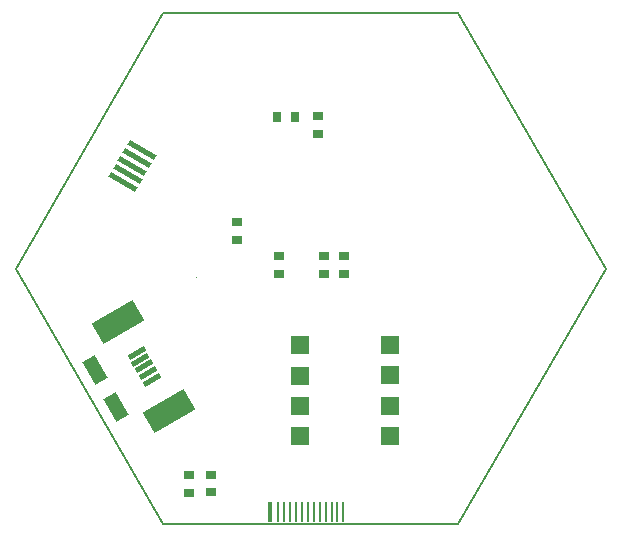
<source format=gtp>
%FSLAX25Y25*%
%MOIN*%
G70*
G01*
G75*
G04 Layer_Color=8421504*
%ADD10R,0.03347X0.02756*%
%ADD11R,0.02756X0.03347*%
%ADD12R,0.05906X0.05906*%
G04:AMPARAMS|DCode=13|XSize=157.48mil|YSize=78.74mil|CornerRadius=0mil|HoleSize=0mil|Usage=FLASHONLY|Rotation=30.000|XOffset=0mil|YOffset=0mil|HoleType=Round|Shape=Rectangle|*
%AMROTATEDRECTD13*
4,1,4,-0.04851,-0.07347,-0.08788,-0.00528,0.04851,0.07347,0.08788,0.00528,-0.04851,-0.07347,0.0*
%
%ADD13ROTATEDRECTD13*%

G04:AMPARAMS|DCode=14|XSize=86.61mil|YSize=47.24mil|CornerRadius=0mil|HoleSize=0mil|Usage=FLASHONLY|Rotation=300.000|XOffset=0mil|YOffset=0mil|HoleType=Round|Shape=Rectangle|*
%AMROTATEDRECTD14*
4,1,4,-0.04211,0.02569,-0.00120,0.04932,0.04211,-0.02569,0.00120,-0.04932,-0.04211,0.02569,0.0*
%
%ADD14ROTATEDRECTD14*%

G04:AMPARAMS|DCode=15|XSize=62.99mil|YSize=17.72mil|CornerRadius=0mil|HoleSize=0mil|Usage=FLASHONLY|Rotation=210.000|XOffset=0mil|YOffset=0mil|HoleType=Round|Shape=Rectangle|*
%AMROTATEDRECTD15*
4,1,4,0.02285,0.02342,0.03171,0.00808,-0.02285,-0.02342,-0.03171,-0.00808,0.02285,0.02342,0.0*
%
%ADD15ROTATEDRECTD15*%

G04:AMPARAMS|DCode=16|XSize=102.36mil|YSize=17.72mil|CornerRadius=0mil|HoleSize=0mil|Usage=FLASHONLY|Rotation=330.000|XOffset=0mil|YOffset=0mil|HoleType=Round|Shape=Rectangle|*
%AMROTATEDRECTD16*
4,1,4,-0.04875,0.01792,-0.03990,0.03326,0.04875,-0.01792,0.03990,-0.03326,-0.04875,0.01792,0.0*
%
%ADD16ROTATEDRECTD16*%

%ADD17R,0.00984X0.06693*%
%ADD18R,0.00984X0.06693*%
%ADD19R,0.01575X0.06693*%
%ADD20C,0.00800*%
%ADD21C,0.01000*%
%ADD22C,0.03000*%
%ADD23C,0.02000*%
%ADD24C,0.00250*%
%ADD25C,0.00500*%
G04:AMPARAMS|DCode=26|XSize=86.61mil|YSize=62.99mil|CornerRadius=0mil|HoleSize=0mil|Usage=FLASHONLY|Rotation=150.000|XOffset=0mil|YOffset=0mil|HoleType=Round|Shape=Round|*
%AMOVALD26*
21,1,0.02362,0.06299,0.00000,0.00000,150.0*
1,1,0.06299,0.01023,-0.00591*
1,1,0.06299,-0.01023,0.00591*
%
%ADD26OVALD26*%

G04:AMPARAMS|DCode=27|XSize=150mil|YSize=60mil|CornerRadius=0mil|HoleSize=0mil|Usage=FLASHONLY|Rotation=150.000|XOffset=0mil|YOffset=0mil|HoleType=Round|Shape=Round|*
%AMOVALD27*
21,1,0.09000,0.06000,0.00000,0.00000,150.0*
1,1,0.06000,0.03897,-0.02250*
1,1,0.06000,-0.03897,0.02250*
%
%ADD27OVALD27*%

%ADD28C,0.04331*%
%ADD29C,0.05906*%
G04:AMPARAMS|DCode=30|XSize=157.48mil|YSize=78.74mil|CornerRadius=0mil|HoleSize=0mil|Usage=FLASHONLY|Rotation=210.000|XOffset=0mil|YOffset=0mil|HoleType=Round|Shape=Round|*
%AMOVALD30*
21,1,0.07874,0.07874,0.00000,0.00000,210.0*
1,1,0.07874,0.03410,0.01969*
1,1,0.07874,-0.03410,-0.01969*
%
%ADD30OVALD30*%

%ADD31P,0.08352X4X165.0*%
%ADD32C,0.02953*%
G04:AMPARAMS|DCode=33|XSize=74.8mil|YSize=39.37mil|CornerRadius=0mil|HoleSize=0mil|Usage=FLASHONLY|Rotation=330.000|XOffset=0mil|YOffset=0mil|HoleType=Round|Shape=Round|*
%AMOVALD33*
21,1,0.03543,0.03937,0.00000,0.00000,330.0*
1,1,0.03937,-0.01534,0.00886*
1,1,0.03937,0.01534,-0.00886*
%
%ADD33OVALD33*%

%ADD34C,0.03543*%
%ADD35O,0.07874X0.11811*%
%ADD36R,0.07874X0.11811*%
%ADD37C,0.02000*%
%ADD38C,0.03000*%
%ADD39C,0.00100*%
%ADD40R,0.01575X0.06693*%
%ADD41R,0.10236X0.10236*%
%ADD42R,0.03400X0.01200*%
%ADD43R,0.01200X0.03400*%
G04:AMPARAMS|DCode=44|XSize=23.62mil|YSize=47.24mil|CornerRadius=0mil|HoleSize=0mil|Usage=FLASHONLY|Rotation=225.000|XOffset=0mil|YOffset=0mil|HoleType=Round|Shape=Rectangle|*
%AMROTATEDRECTD44*
4,1,4,-0.00835,0.02506,0.02506,-0.00835,0.00835,-0.02506,-0.02506,0.00835,-0.00835,0.02506,0.0*
%
%ADD44ROTATEDRECTD44*%

%ADD45O,0.02500X0.05500*%
%ADD46R,0.02500X0.05500*%
%ADD47R,0.07874X0.07874*%
%ADD48R,0.07087X0.03937*%
%ADD49R,0.03937X0.02362*%
%ADD50R,0.02362X0.03937*%
G04:AMPARAMS|DCode=51|XSize=27.56mil|YSize=33.47mil|CornerRadius=0mil|HoleSize=0mil|Usage=FLASHONLY|Rotation=45.000|XOffset=0mil|YOffset=0mil|HoleType=Round|Shape=Rectangle|*
%AMROTATEDRECTD51*
4,1,4,0.00209,-0.02158,-0.02158,0.00209,-0.00209,0.02158,0.02158,-0.00209,0.00209,-0.02158,0.0*
%
%ADD51ROTATEDRECTD51*%

G04:AMPARAMS|DCode=52|XSize=27.56mil|YSize=33.47mil|CornerRadius=0mil|HoleSize=0mil|Usage=FLASHONLY|Rotation=315.000|XOffset=0mil|YOffset=0mil|HoleType=Round|Shape=Rectangle|*
%AMROTATEDRECTD52*
4,1,4,-0.02158,-0.00209,0.00209,0.02158,0.02158,0.00209,-0.00209,-0.02158,-0.02158,-0.00209,0.0*
%
%ADD52ROTATEDRECTD52*%

%ADD53P,0.03341X4X270.0*%
%ADD54P,0.03341X4X195.0*%
%ADD55P,0.03341X4X75.0*%
G04:AMPARAMS|DCode=56|XSize=31.5mil|YSize=31.5mil|CornerRadius=3.15mil|HoleSize=0mil|Usage=FLASHONLY|Rotation=180.000|XOffset=0mil|YOffset=0mil|HoleType=Round|Shape=RoundedRectangle|*
%AMROUNDEDRECTD56*
21,1,0.03150,0.02520,0,0,180.0*
21,1,0.02520,0.03150,0,0,180.0*
1,1,0.00630,-0.01260,0.01260*
1,1,0.00630,0.01260,0.01260*
1,1,0.00630,0.01260,-0.01260*
1,1,0.00630,-0.01260,-0.01260*
%
%ADD56ROUNDEDRECTD56*%
%ADD57C,0.01500*%
%ADD58C,0.04000*%
%ADD59C,0.02362*%
%ADD60C,0.00984*%
%ADD61C,0.00787*%
%ADD62C,0.00600*%
%ADD63R,0.02300X0.02400*%
D10*
X462100Y343500D02*
D03*
Y337595D02*
D03*
X470800Y297000D02*
D03*
Y291094D02*
D03*
X464200Y297000D02*
D03*
Y291094D02*
D03*
X435200Y302400D02*
D03*
Y308306D02*
D03*
X449200Y297000D02*
D03*
Y291094D02*
D03*
X419200Y218094D02*
D03*
Y224000D02*
D03*
X426500Y224061D02*
D03*
Y218155D02*
D03*
D11*
X454500Y343400D02*
D03*
X448595D02*
D03*
D12*
X456100Y257100D02*
D03*
X456100Y267200D02*
D03*
X486100D02*
D03*
X486100Y257200D02*
D03*
Y237100D02*
D03*
X486100Y247100D02*
D03*
X456100Y247100D02*
D03*
X456100Y237100D02*
D03*
D13*
X412422Y245172D02*
D03*
X395296Y274835D02*
D03*
D14*
X394719Y246543D02*
D03*
X387632Y258818D02*
D03*
D15*
X401641Y264632D02*
D03*
X402920Y262416D02*
D03*
X404200Y260200D02*
D03*
X405480Y257984D02*
D03*
X406759Y255768D02*
D03*
D16*
X403399Y332411D02*
D03*
X401824Y329683D02*
D03*
X400250Y326955D02*
D03*
X398675Y324228D02*
D03*
X397100Y321500D02*
D03*
D17*
X470553Y211500D02*
D03*
X468585D02*
D03*
X466616D02*
D03*
X464648D02*
D03*
X462679D02*
D03*
X460711D02*
D03*
X458743D02*
D03*
X456774D02*
D03*
X454806D02*
D03*
X452837D02*
D03*
X450869D02*
D03*
D18*
X448900D02*
D03*
D19*
X445947D02*
D03*
D24*
X459838Y377977D02*
G03*
X459838Y377977I-125J0D01*
G01*
X533657Y335358D02*
G03*
X533657Y335358I-125J0D01*
G01*
Y250119D02*
G03*
X533657Y250119I-125J0D01*
G01*
X459838Y207500D02*
G03*
X459838Y207500I-125J0D01*
G01*
X386019Y250119D02*
G03*
X386019Y250119I-125J0D01*
G01*
Y335358D02*
G03*
X386019Y335358I-125J0D01*
G01*
X558263Y292739D02*
G03*
X558263Y292739I-125J0D01*
G01*
X509050Y207500D02*
G03*
X509050Y207500I-125J0D01*
G01*
X410625D02*
G03*
X410625Y207500I-125J0D01*
G01*
X361412Y292739D02*
G03*
X361412Y292739I-125J0D01*
G01*
X410625Y377977D02*
G03*
X410625Y377977I-125J0D01*
G01*
X421800Y289922D02*
G03*
X421800Y289922I-125J0D01*
G01*
D25*
X410500Y377977D02*
X508925D01*
X558138Y292739D01*
X508925Y207500D02*
X558138Y292739D01*
X410500Y207500D02*
X508925D01*
X361287Y292739D02*
X410500Y207500D01*
X361287Y292739D02*
X410500Y377977D01*
M02*

</source>
